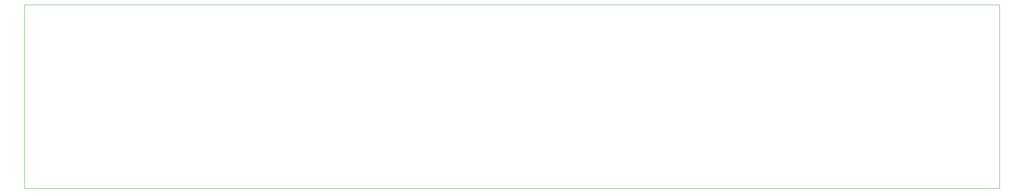
<source format=gm1>
G04 #@! TF.GenerationSoftware,KiCad,Pcbnew,(5.1.4)-1*
G04 #@! TF.CreationDate,2020-01-19T01:30:50+01:00*
G04 #@! TF.ProjectId,Lead-12-5010,4c656164-2d31-4322-9d35-3031302e6b69,rev?*
G04 #@! TF.SameCoordinates,Original*
G04 #@! TF.FileFunction,Profile,NP*
%FSLAX46Y46*%
G04 Gerber Fmt 4.6, Leading zero omitted, Abs format (unit mm)*
G04 Created by KiCad (PCBNEW (5.1.4)-1) date 2020-01-19 01:30:50*
%MOMM*%
%LPD*%
G04 APERTURE LIST*
%ADD10C,0.050000*%
G04 APERTURE END LIST*
D10*
X45000000Y-131400000D02*
X45000000Y-88900000D01*
X270510000Y-131400000D02*
X45000000Y-131400000D01*
X270510000Y-88900000D02*
X270510000Y-131400000D01*
X45000000Y-88900000D02*
X270510000Y-88900000D01*
M02*

</source>
